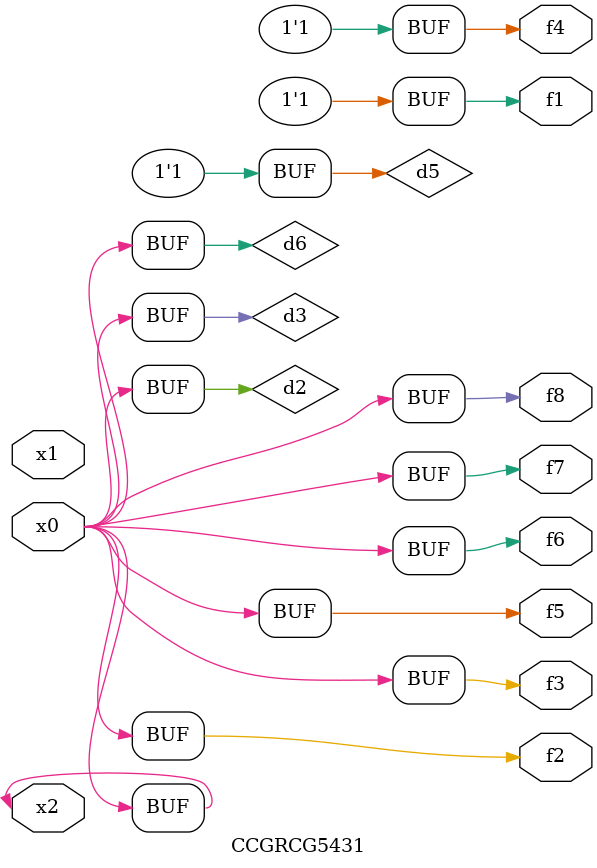
<source format=v>
module CCGRCG5431(
	input x0, x1, x2,
	output f1, f2, f3, f4, f5, f6, f7, f8
);

	wire d1, d2, d3, d4, d5, d6;

	xnor (d1, x2);
	buf (d2, x0, x2);
	and (d3, x0);
	xnor (d4, x1, x2);
	nand (d5, d1, d3);
	buf (d6, d2, d3);
	assign f1 = d5;
	assign f2 = d6;
	assign f3 = d6;
	assign f4 = d5;
	assign f5 = d6;
	assign f6 = d6;
	assign f7 = d6;
	assign f8 = d6;
endmodule

</source>
